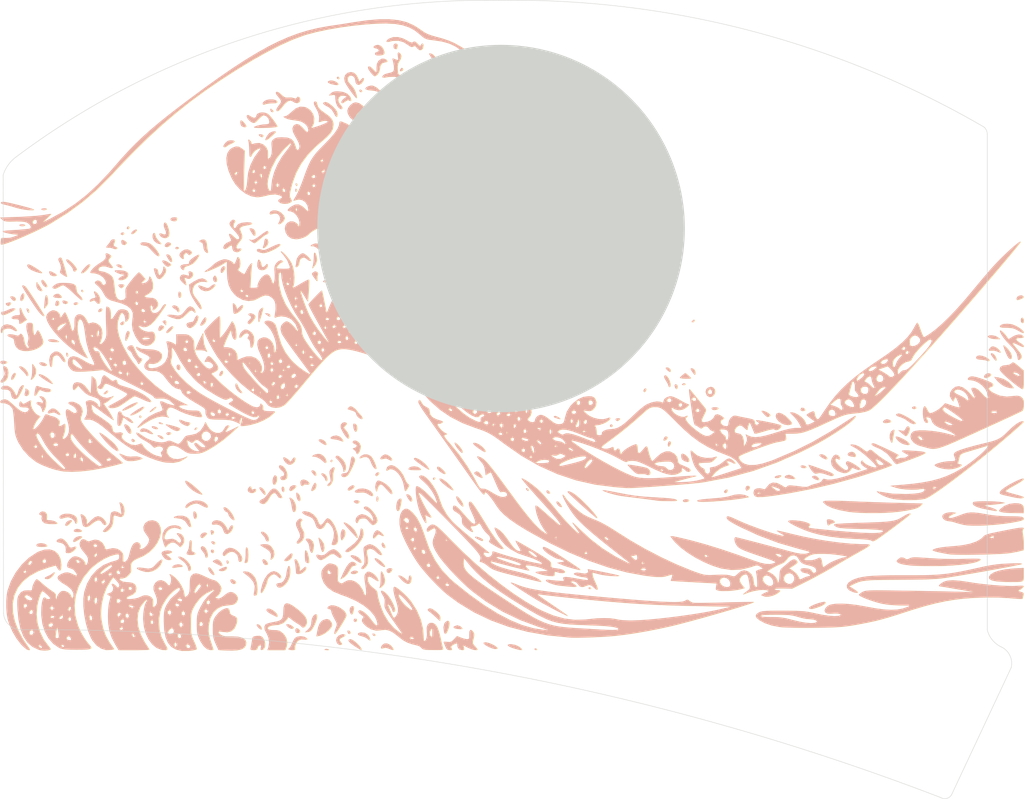
<source format=kicad_pcb>
(kicad_pcb (version 20230620) (generator pcbnew)
  (layers (0 "F.Cu" signal) (31 "B.Cu" signal) (34 "B.Paste" user) (35 "F.Paste" user) (36 "B.SilkS" user "B.Silkscreen") (37 "F.SilkS" user "F.Silkscreen") (38 "B.Mask" user) (39 "F.Mask" user) (44 "Edge.Cuts" user))
  (net 0 "")
  (footprint "LOGO" (layer "F.Cu") (at 69.652089 50.051717)
    (property "Reference" "G***1" hide)
    (property "Value" "LOGO" hide)
  )
  (footprint "LOGO" (layer "B.Cu") (at 69.596 50.038 180)
    (property "Reference" "G***" hide)
    (property "Value" "LOGO" hide)
  )
  (gr_arc (start 68.080607 12.956108) (mid 96.302006 16.360218) (end 122.580605 27.1986) (stroke (width 0.05)) (layer "Edge.Cuts"))
  (gr_arc (start 124.48362 85.620761) (mid 123.497026 84.832924) (end 122.942605 83.698599) (stroke (width 0.05)) (layer "Edge.Cuts"))
  (gr_arc (start 124.48362 85.620761) (mid 125.482136 86.5885) (end 125.63362 87.97076) (stroke (width 0.05)) (layer "Edge.Cuts"))
  (gr_arc (start 13.8176 30.5816) (mid 39.482162 17.252631) (end 68.080607 12.956108) (stroke (width 0.05)) (layer "Edge.Cuts"))
  (gr_circle (center 68.326 38.608) (end 88.876 38.608) (stroke (width 0.2)) (fill solid) (layer "Edge.Cuts"))
  (gr_arc (start 14.468605 83.699722) (mid 13.081165 83.190716) (end 12.430857 81.863623) (stroke (width 0.05)) (layer "Edge.Cuts"))
  (gr_arc (start 122.580605 27.1986) (mid 122.85051 27.560444) (end 122.942606 28.002373) (stroke (width 0.05)) (layer "Edge.Cuts"))
  (gr_line (start 122.942606 28.002373) (end 122.942605 83.698599) (stroke (width 0.05)) (layer "Edge.Cuts"))
  (gr_arc (start 14.468605 83.699722) (mid 66.98266 88.324255) (end 117.736397 102.578041) (stroke (width 0.05)) (layer "Edge.Cuts"))
  (gr_arc (start 118.943224 102.243834) (mid 118.410088 102.664682) (end 117.736397 102.578041) (stroke (width 0.05)) (layer "Edge.Cuts"))
  (gr_arc (start 12.390658 32.595304) (mid 12.947526 31.47748) (end 13.8176 30.5816) (stroke (width 0.05)) (layer "Edge.Cuts"))
  (gr_line (start 12.390658 32.595304) (end 12.430857 81.863623) (stroke (width 0.05)) (layer "Edge.Cuts"))
  (gr_line (start 125.63362 87.97076) (end 118.943224 102.243834) (stroke (width 0.05)) (layer "Edge.Cuts"))
)
</source>
